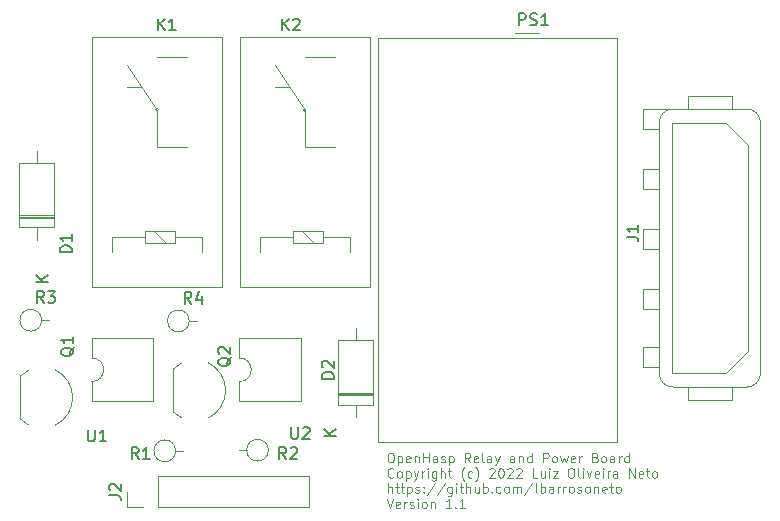
<source format=gbr>
%TF.GenerationSoftware,KiCad,Pcbnew,5.1.9+dfsg1-1*%
%TF.CreationDate,2022-04-02T16:18:38-07:00*%
%TF.ProjectId,Openhasp-Relays,4f70656e-6861-4737-902d-52656c617973,rev?*%
%TF.SameCoordinates,Original*%
%TF.FileFunction,Legend,Top*%
%TF.FilePolarity,Positive*%
%FSLAX46Y46*%
G04 Gerber Fmt 4.6, Leading zero omitted, Abs format (unit mm)*
G04 Created by KiCad (PCBNEW 5.1.9+dfsg1-1) date 2022-04-02 16:18:38*
%MOMM*%
%LPD*%
G01*
G04 APERTURE LIST*
%ADD10C,0.090000*%
%ADD11C,0.120000*%
%ADD12C,0.150000*%
G04 APERTURE END LIST*
D10*
X128401357Y-124226904D02*
X128553738Y-124226904D01*
X128629928Y-124265000D01*
X128706119Y-124341190D01*
X128744214Y-124493571D01*
X128744214Y-124760238D01*
X128706119Y-124912619D01*
X128629928Y-124988809D01*
X128553738Y-125026904D01*
X128401357Y-125026904D01*
X128325166Y-124988809D01*
X128248976Y-124912619D01*
X128210880Y-124760238D01*
X128210880Y-124493571D01*
X128248976Y-124341190D01*
X128325166Y-124265000D01*
X128401357Y-124226904D01*
X129087071Y-124493571D02*
X129087071Y-125293571D01*
X129087071Y-124531666D02*
X129163261Y-124493571D01*
X129315642Y-124493571D01*
X129391833Y-124531666D01*
X129429928Y-124569761D01*
X129468023Y-124645952D01*
X129468023Y-124874523D01*
X129429928Y-124950714D01*
X129391833Y-124988809D01*
X129315642Y-125026904D01*
X129163261Y-125026904D01*
X129087071Y-124988809D01*
X130115642Y-124988809D02*
X130039452Y-125026904D01*
X129887071Y-125026904D01*
X129810880Y-124988809D01*
X129772785Y-124912619D01*
X129772785Y-124607857D01*
X129810880Y-124531666D01*
X129887071Y-124493571D01*
X130039452Y-124493571D01*
X130115642Y-124531666D01*
X130153738Y-124607857D01*
X130153738Y-124684047D01*
X129772785Y-124760238D01*
X130496595Y-124493571D02*
X130496595Y-125026904D01*
X130496595Y-124569761D02*
X130534690Y-124531666D01*
X130610880Y-124493571D01*
X130725166Y-124493571D01*
X130801357Y-124531666D01*
X130839452Y-124607857D01*
X130839452Y-125026904D01*
X131220404Y-125026904D02*
X131220404Y-124226904D01*
X131220404Y-124607857D02*
X131677547Y-124607857D01*
X131677547Y-125026904D02*
X131677547Y-124226904D01*
X132401357Y-125026904D02*
X132401357Y-124607857D01*
X132363261Y-124531666D01*
X132287071Y-124493571D01*
X132134690Y-124493571D01*
X132058500Y-124531666D01*
X132401357Y-124988809D02*
X132325166Y-125026904D01*
X132134690Y-125026904D01*
X132058500Y-124988809D01*
X132020404Y-124912619D01*
X132020404Y-124836428D01*
X132058500Y-124760238D01*
X132134690Y-124722142D01*
X132325166Y-124722142D01*
X132401357Y-124684047D01*
X132744214Y-124988809D02*
X132820404Y-125026904D01*
X132972785Y-125026904D01*
X133048976Y-124988809D01*
X133087071Y-124912619D01*
X133087071Y-124874523D01*
X133048976Y-124798333D01*
X132972785Y-124760238D01*
X132858500Y-124760238D01*
X132782309Y-124722142D01*
X132744214Y-124645952D01*
X132744214Y-124607857D01*
X132782309Y-124531666D01*
X132858500Y-124493571D01*
X132972785Y-124493571D01*
X133048976Y-124531666D01*
X133429928Y-124493571D02*
X133429928Y-125293571D01*
X133429928Y-124531666D02*
X133506119Y-124493571D01*
X133658500Y-124493571D01*
X133734690Y-124531666D01*
X133772785Y-124569761D01*
X133810880Y-124645952D01*
X133810880Y-124874523D01*
X133772785Y-124950714D01*
X133734690Y-124988809D01*
X133658500Y-125026904D01*
X133506119Y-125026904D01*
X133429928Y-124988809D01*
X135220404Y-125026904D02*
X134953738Y-124645952D01*
X134763261Y-125026904D02*
X134763261Y-124226904D01*
X135068023Y-124226904D01*
X135144214Y-124265000D01*
X135182309Y-124303095D01*
X135220404Y-124379285D01*
X135220404Y-124493571D01*
X135182309Y-124569761D01*
X135144214Y-124607857D01*
X135068023Y-124645952D01*
X134763261Y-124645952D01*
X135868023Y-124988809D02*
X135791833Y-125026904D01*
X135639452Y-125026904D01*
X135563261Y-124988809D01*
X135525166Y-124912619D01*
X135525166Y-124607857D01*
X135563261Y-124531666D01*
X135639452Y-124493571D01*
X135791833Y-124493571D01*
X135868023Y-124531666D01*
X135906119Y-124607857D01*
X135906119Y-124684047D01*
X135525166Y-124760238D01*
X136363261Y-125026904D02*
X136287071Y-124988809D01*
X136248976Y-124912619D01*
X136248976Y-124226904D01*
X137010880Y-125026904D02*
X137010880Y-124607857D01*
X136972785Y-124531666D01*
X136896595Y-124493571D01*
X136744214Y-124493571D01*
X136668023Y-124531666D01*
X137010880Y-124988809D02*
X136934690Y-125026904D01*
X136744214Y-125026904D01*
X136668023Y-124988809D01*
X136629928Y-124912619D01*
X136629928Y-124836428D01*
X136668023Y-124760238D01*
X136744214Y-124722142D01*
X136934690Y-124722142D01*
X137010880Y-124684047D01*
X137315642Y-124493571D02*
X137506119Y-125026904D01*
X137696595Y-124493571D02*
X137506119Y-125026904D01*
X137429928Y-125217380D01*
X137391833Y-125255476D01*
X137315642Y-125293571D01*
X138953738Y-125026904D02*
X138953738Y-124607857D01*
X138915642Y-124531666D01*
X138839452Y-124493571D01*
X138687071Y-124493571D01*
X138610880Y-124531666D01*
X138953738Y-124988809D02*
X138877547Y-125026904D01*
X138687071Y-125026904D01*
X138610880Y-124988809D01*
X138572785Y-124912619D01*
X138572785Y-124836428D01*
X138610880Y-124760238D01*
X138687071Y-124722142D01*
X138877547Y-124722142D01*
X138953738Y-124684047D01*
X139334690Y-124493571D02*
X139334690Y-125026904D01*
X139334690Y-124569761D02*
X139372785Y-124531666D01*
X139448976Y-124493571D01*
X139563261Y-124493571D01*
X139639452Y-124531666D01*
X139677547Y-124607857D01*
X139677547Y-125026904D01*
X140401357Y-125026904D02*
X140401357Y-124226904D01*
X140401357Y-124988809D02*
X140325166Y-125026904D01*
X140172785Y-125026904D01*
X140096595Y-124988809D01*
X140058500Y-124950714D01*
X140020404Y-124874523D01*
X140020404Y-124645952D01*
X140058500Y-124569761D01*
X140096595Y-124531666D01*
X140172785Y-124493571D01*
X140325166Y-124493571D01*
X140401357Y-124531666D01*
X141391833Y-125026904D02*
X141391833Y-124226904D01*
X141696595Y-124226904D01*
X141772785Y-124265000D01*
X141810880Y-124303095D01*
X141848976Y-124379285D01*
X141848976Y-124493571D01*
X141810880Y-124569761D01*
X141772785Y-124607857D01*
X141696595Y-124645952D01*
X141391833Y-124645952D01*
X142306119Y-125026904D02*
X142229928Y-124988809D01*
X142191833Y-124950714D01*
X142153738Y-124874523D01*
X142153738Y-124645952D01*
X142191833Y-124569761D01*
X142229928Y-124531666D01*
X142306119Y-124493571D01*
X142420404Y-124493571D01*
X142496595Y-124531666D01*
X142534690Y-124569761D01*
X142572785Y-124645952D01*
X142572785Y-124874523D01*
X142534690Y-124950714D01*
X142496595Y-124988809D01*
X142420404Y-125026904D01*
X142306119Y-125026904D01*
X142839452Y-124493571D02*
X142991833Y-125026904D01*
X143144214Y-124645952D01*
X143296595Y-125026904D01*
X143448976Y-124493571D01*
X144058500Y-124988809D02*
X143982309Y-125026904D01*
X143829928Y-125026904D01*
X143753738Y-124988809D01*
X143715642Y-124912619D01*
X143715642Y-124607857D01*
X143753738Y-124531666D01*
X143829928Y-124493571D01*
X143982309Y-124493571D01*
X144058500Y-124531666D01*
X144096595Y-124607857D01*
X144096595Y-124684047D01*
X143715642Y-124760238D01*
X144439452Y-125026904D02*
X144439452Y-124493571D01*
X144439452Y-124645952D02*
X144477547Y-124569761D01*
X144515642Y-124531666D01*
X144591833Y-124493571D01*
X144668023Y-124493571D01*
X145810880Y-124607857D02*
X145925166Y-124645952D01*
X145963261Y-124684047D01*
X146001357Y-124760238D01*
X146001357Y-124874523D01*
X145963261Y-124950714D01*
X145925166Y-124988809D01*
X145848976Y-125026904D01*
X145544214Y-125026904D01*
X145544214Y-124226904D01*
X145810880Y-124226904D01*
X145887071Y-124265000D01*
X145925166Y-124303095D01*
X145963261Y-124379285D01*
X145963261Y-124455476D01*
X145925166Y-124531666D01*
X145887071Y-124569761D01*
X145810880Y-124607857D01*
X145544214Y-124607857D01*
X146458500Y-125026904D02*
X146382309Y-124988809D01*
X146344214Y-124950714D01*
X146306119Y-124874523D01*
X146306119Y-124645952D01*
X146344214Y-124569761D01*
X146382309Y-124531666D01*
X146458500Y-124493571D01*
X146572785Y-124493571D01*
X146648976Y-124531666D01*
X146687071Y-124569761D01*
X146725166Y-124645952D01*
X146725166Y-124874523D01*
X146687071Y-124950714D01*
X146648976Y-124988809D01*
X146572785Y-125026904D01*
X146458500Y-125026904D01*
X147410880Y-125026904D02*
X147410880Y-124607857D01*
X147372785Y-124531666D01*
X147296595Y-124493571D01*
X147144214Y-124493571D01*
X147068023Y-124531666D01*
X147410880Y-124988809D02*
X147334690Y-125026904D01*
X147144214Y-125026904D01*
X147068023Y-124988809D01*
X147029928Y-124912619D01*
X147029928Y-124836428D01*
X147068023Y-124760238D01*
X147144214Y-124722142D01*
X147334690Y-124722142D01*
X147410880Y-124684047D01*
X147791833Y-125026904D02*
X147791833Y-124493571D01*
X147791833Y-124645952D02*
X147829928Y-124569761D01*
X147868023Y-124531666D01*
X147944214Y-124493571D01*
X148020404Y-124493571D01*
X148629928Y-125026904D02*
X148629928Y-124226904D01*
X148629928Y-124988809D02*
X148553738Y-125026904D01*
X148401357Y-125026904D01*
X148325166Y-124988809D01*
X148287071Y-124950714D01*
X148248976Y-124874523D01*
X148248976Y-124645952D01*
X148287071Y-124569761D01*
X148325166Y-124531666D01*
X148401357Y-124493571D01*
X148553738Y-124493571D01*
X148629928Y-124531666D01*
X128706119Y-126240714D02*
X128668023Y-126278809D01*
X128553738Y-126316904D01*
X128477547Y-126316904D01*
X128363261Y-126278809D01*
X128287071Y-126202619D01*
X128248976Y-126126428D01*
X128210880Y-125974047D01*
X128210880Y-125859761D01*
X128248976Y-125707380D01*
X128287071Y-125631190D01*
X128363261Y-125555000D01*
X128477547Y-125516904D01*
X128553738Y-125516904D01*
X128668023Y-125555000D01*
X128706119Y-125593095D01*
X129163261Y-126316904D02*
X129087071Y-126278809D01*
X129048976Y-126240714D01*
X129010880Y-126164523D01*
X129010880Y-125935952D01*
X129048976Y-125859761D01*
X129087071Y-125821666D01*
X129163261Y-125783571D01*
X129277547Y-125783571D01*
X129353738Y-125821666D01*
X129391833Y-125859761D01*
X129429928Y-125935952D01*
X129429928Y-126164523D01*
X129391833Y-126240714D01*
X129353738Y-126278809D01*
X129277547Y-126316904D01*
X129163261Y-126316904D01*
X129772785Y-125783571D02*
X129772785Y-126583571D01*
X129772785Y-125821666D02*
X129848976Y-125783571D01*
X130001357Y-125783571D01*
X130077547Y-125821666D01*
X130115642Y-125859761D01*
X130153738Y-125935952D01*
X130153738Y-126164523D01*
X130115642Y-126240714D01*
X130077547Y-126278809D01*
X130001357Y-126316904D01*
X129848976Y-126316904D01*
X129772785Y-126278809D01*
X130420404Y-125783571D02*
X130610880Y-126316904D01*
X130801357Y-125783571D02*
X130610880Y-126316904D01*
X130534690Y-126507380D01*
X130496595Y-126545476D01*
X130420404Y-126583571D01*
X131106119Y-126316904D02*
X131106119Y-125783571D01*
X131106119Y-125935952D02*
X131144214Y-125859761D01*
X131182309Y-125821666D01*
X131258500Y-125783571D01*
X131334690Y-125783571D01*
X131601357Y-126316904D02*
X131601357Y-125783571D01*
X131601357Y-125516904D02*
X131563261Y-125555000D01*
X131601357Y-125593095D01*
X131639452Y-125555000D01*
X131601357Y-125516904D01*
X131601357Y-125593095D01*
X132325166Y-125783571D02*
X132325166Y-126431190D01*
X132287071Y-126507380D01*
X132248976Y-126545476D01*
X132172785Y-126583571D01*
X132058500Y-126583571D01*
X131982309Y-126545476D01*
X132325166Y-126278809D02*
X132248976Y-126316904D01*
X132096595Y-126316904D01*
X132020404Y-126278809D01*
X131982309Y-126240714D01*
X131944214Y-126164523D01*
X131944214Y-125935952D01*
X131982309Y-125859761D01*
X132020404Y-125821666D01*
X132096595Y-125783571D01*
X132248976Y-125783571D01*
X132325166Y-125821666D01*
X132706119Y-126316904D02*
X132706119Y-125516904D01*
X133048976Y-126316904D02*
X133048976Y-125897857D01*
X133010880Y-125821666D01*
X132934690Y-125783571D01*
X132820404Y-125783571D01*
X132744214Y-125821666D01*
X132706119Y-125859761D01*
X133315642Y-125783571D02*
X133620404Y-125783571D01*
X133429928Y-125516904D02*
X133429928Y-126202619D01*
X133468023Y-126278809D01*
X133544214Y-126316904D01*
X133620404Y-126316904D01*
X134725166Y-126621666D02*
X134687071Y-126583571D01*
X134610880Y-126469285D01*
X134572785Y-126393095D01*
X134534690Y-126278809D01*
X134496595Y-126088333D01*
X134496595Y-125935952D01*
X134534690Y-125745476D01*
X134572785Y-125631190D01*
X134610880Y-125555000D01*
X134687071Y-125440714D01*
X134725166Y-125402619D01*
X135372785Y-126278809D02*
X135296595Y-126316904D01*
X135144214Y-126316904D01*
X135068023Y-126278809D01*
X135029928Y-126240714D01*
X134991833Y-126164523D01*
X134991833Y-125935952D01*
X135029928Y-125859761D01*
X135068023Y-125821666D01*
X135144214Y-125783571D01*
X135296595Y-125783571D01*
X135372785Y-125821666D01*
X135639452Y-126621666D02*
X135677547Y-126583571D01*
X135753738Y-126469285D01*
X135791833Y-126393095D01*
X135829928Y-126278809D01*
X135868023Y-126088333D01*
X135868023Y-125935952D01*
X135829928Y-125745476D01*
X135791833Y-125631190D01*
X135753738Y-125555000D01*
X135677547Y-125440714D01*
X135639452Y-125402619D01*
X136820404Y-125593095D02*
X136858500Y-125555000D01*
X136934690Y-125516904D01*
X137125166Y-125516904D01*
X137201357Y-125555000D01*
X137239452Y-125593095D01*
X137277547Y-125669285D01*
X137277547Y-125745476D01*
X137239452Y-125859761D01*
X136782309Y-126316904D01*
X137277547Y-126316904D01*
X137772785Y-125516904D02*
X137848976Y-125516904D01*
X137925166Y-125555000D01*
X137963261Y-125593095D01*
X138001357Y-125669285D01*
X138039452Y-125821666D01*
X138039452Y-126012142D01*
X138001357Y-126164523D01*
X137963261Y-126240714D01*
X137925166Y-126278809D01*
X137848976Y-126316904D01*
X137772785Y-126316904D01*
X137696595Y-126278809D01*
X137658500Y-126240714D01*
X137620404Y-126164523D01*
X137582309Y-126012142D01*
X137582309Y-125821666D01*
X137620404Y-125669285D01*
X137658500Y-125593095D01*
X137696595Y-125555000D01*
X137772785Y-125516904D01*
X138344214Y-125593095D02*
X138382309Y-125555000D01*
X138458500Y-125516904D01*
X138648976Y-125516904D01*
X138725166Y-125555000D01*
X138763261Y-125593095D01*
X138801357Y-125669285D01*
X138801357Y-125745476D01*
X138763261Y-125859761D01*
X138306119Y-126316904D01*
X138801357Y-126316904D01*
X139106119Y-125593095D02*
X139144214Y-125555000D01*
X139220404Y-125516904D01*
X139410880Y-125516904D01*
X139487071Y-125555000D01*
X139525166Y-125593095D01*
X139563261Y-125669285D01*
X139563261Y-125745476D01*
X139525166Y-125859761D01*
X139068023Y-126316904D01*
X139563261Y-126316904D01*
X140896595Y-126316904D02*
X140515642Y-126316904D01*
X140515642Y-125516904D01*
X141506119Y-125783571D02*
X141506119Y-126316904D01*
X141163261Y-125783571D02*
X141163261Y-126202619D01*
X141201357Y-126278809D01*
X141277547Y-126316904D01*
X141391833Y-126316904D01*
X141468023Y-126278809D01*
X141506119Y-126240714D01*
X141887071Y-126316904D02*
X141887071Y-125783571D01*
X141887071Y-125516904D02*
X141848976Y-125555000D01*
X141887071Y-125593095D01*
X141925166Y-125555000D01*
X141887071Y-125516904D01*
X141887071Y-125593095D01*
X142191833Y-125783571D02*
X142610880Y-125783571D01*
X142191833Y-126316904D01*
X142610880Y-126316904D01*
X143677547Y-125516904D02*
X143829928Y-125516904D01*
X143906119Y-125555000D01*
X143982309Y-125631190D01*
X144020404Y-125783571D01*
X144020404Y-126050238D01*
X143982309Y-126202619D01*
X143906119Y-126278809D01*
X143829928Y-126316904D01*
X143677547Y-126316904D01*
X143601357Y-126278809D01*
X143525166Y-126202619D01*
X143487071Y-126050238D01*
X143487071Y-125783571D01*
X143525166Y-125631190D01*
X143601357Y-125555000D01*
X143677547Y-125516904D01*
X144477547Y-126316904D02*
X144401357Y-126278809D01*
X144363261Y-126202619D01*
X144363261Y-125516904D01*
X144782309Y-126316904D02*
X144782309Y-125783571D01*
X144782309Y-125516904D02*
X144744214Y-125555000D01*
X144782309Y-125593095D01*
X144820404Y-125555000D01*
X144782309Y-125516904D01*
X144782309Y-125593095D01*
X145087071Y-125783571D02*
X145277547Y-126316904D01*
X145468023Y-125783571D01*
X146077547Y-126278809D02*
X146001357Y-126316904D01*
X145848976Y-126316904D01*
X145772785Y-126278809D01*
X145734690Y-126202619D01*
X145734690Y-125897857D01*
X145772785Y-125821666D01*
X145848976Y-125783571D01*
X146001357Y-125783571D01*
X146077547Y-125821666D01*
X146115642Y-125897857D01*
X146115642Y-125974047D01*
X145734690Y-126050238D01*
X146458500Y-126316904D02*
X146458500Y-125783571D01*
X146458500Y-125516904D02*
X146420404Y-125555000D01*
X146458500Y-125593095D01*
X146496595Y-125555000D01*
X146458500Y-125516904D01*
X146458500Y-125593095D01*
X146839452Y-126316904D02*
X146839452Y-125783571D01*
X146839452Y-125935952D02*
X146877547Y-125859761D01*
X146915642Y-125821666D01*
X146991833Y-125783571D01*
X147068023Y-125783571D01*
X147677547Y-126316904D02*
X147677547Y-125897857D01*
X147639452Y-125821666D01*
X147563261Y-125783571D01*
X147410880Y-125783571D01*
X147334690Y-125821666D01*
X147677547Y-126278809D02*
X147601357Y-126316904D01*
X147410880Y-126316904D01*
X147334690Y-126278809D01*
X147296595Y-126202619D01*
X147296595Y-126126428D01*
X147334690Y-126050238D01*
X147410880Y-126012142D01*
X147601357Y-126012142D01*
X147677547Y-125974047D01*
X148668023Y-126316904D02*
X148668023Y-125516904D01*
X149125166Y-126316904D01*
X149125166Y-125516904D01*
X149810880Y-126278809D02*
X149734690Y-126316904D01*
X149582309Y-126316904D01*
X149506119Y-126278809D01*
X149468023Y-126202619D01*
X149468023Y-125897857D01*
X149506119Y-125821666D01*
X149582309Y-125783571D01*
X149734690Y-125783571D01*
X149810880Y-125821666D01*
X149848976Y-125897857D01*
X149848976Y-125974047D01*
X149468023Y-126050238D01*
X150077547Y-125783571D02*
X150382309Y-125783571D01*
X150191833Y-125516904D02*
X150191833Y-126202619D01*
X150229928Y-126278809D01*
X150306119Y-126316904D01*
X150382309Y-126316904D01*
X150763261Y-126316904D02*
X150687071Y-126278809D01*
X150648976Y-126240714D01*
X150610880Y-126164523D01*
X150610880Y-125935952D01*
X150648976Y-125859761D01*
X150687071Y-125821666D01*
X150763261Y-125783571D01*
X150877547Y-125783571D01*
X150953738Y-125821666D01*
X150991833Y-125859761D01*
X151029928Y-125935952D01*
X151029928Y-126164523D01*
X150991833Y-126240714D01*
X150953738Y-126278809D01*
X150877547Y-126316904D01*
X150763261Y-126316904D01*
X128248976Y-127606904D02*
X128248976Y-126806904D01*
X128591833Y-127606904D02*
X128591833Y-127187857D01*
X128553738Y-127111666D01*
X128477547Y-127073571D01*
X128363261Y-127073571D01*
X128287071Y-127111666D01*
X128248976Y-127149761D01*
X128858500Y-127073571D02*
X129163261Y-127073571D01*
X128972785Y-126806904D02*
X128972785Y-127492619D01*
X129010880Y-127568809D01*
X129087071Y-127606904D01*
X129163261Y-127606904D01*
X129315642Y-127073571D02*
X129620404Y-127073571D01*
X129429928Y-126806904D02*
X129429928Y-127492619D01*
X129468023Y-127568809D01*
X129544214Y-127606904D01*
X129620404Y-127606904D01*
X129887071Y-127073571D02*
X129887071Y-127873571D01*
X129887071Y-127111666D02*
X129963261Y-127073571D01*
X130115642Y-127073571D01*
X130191833Y-127111666D01*
X130229928Y-127149761D01*
X130268023Y-127225952D01*
X130268023Y-127454523D01*
X130229928Y-127530714D01*
X130191833Y-127568809D01*
X130115642Y-127606904D01*
X129963261Y-127606904D01*
X129887071Y-127568809D01*
X130572785Y-127568809D02*
X130648976Y-127606904D01*
X130801357Y-127606904D01*
X130877547Y-127568809D01*
X130915642Y-127492619D01*
X130915642Y-127454523D01*
X130877547Y-127378333D01*
X130801357Y-127340238D01*
X130687071Y-127340238D01*
X130610880Y-127302142D01*
X130572785Y-127225952D01*
X130572785Y-127187857D01*
X130610880Y-127111666D01*
X130687071Y-127073571D01*
X130801357Y-127073571D01*
X130877547Y-127111666D01*
X131258500Y-127530714D02*
X131296595Y-127568809D01*
X131258500Y-127606904D01*
X131220404Y-127568809D01*
X131258500Y-127530714D01*
X131258500Y-127606904D01*
X131258500Y-127111666D02*
X131296595Y-127149761D01*
X131258500Y-127187857D01*
X131220404Y-127149761D01*
X131258500Y-127111666D01*
X131258500Y-127187857D01*
X132210880Y-126768809D02*
X131525166Y-127797380D01*
X133048976Y-126768809D02*
X132363261Y-127797380D01*
X133658500Y-127073571D02*
X133658500Y-127721190D01*
X133620404Y-127797380D01*
X133582309Y-127835476D01*
X133506119Y-127873571D01*
X133391833Y-127873571D01*
X133315642Y-127835476D01*
X133658500Y-127568809D02*
X133582309Y-127606904D01*
X133429928Y-127606904D01*
X133353738Y-127568809D01*
X133315642Y-127530714D01*
X133277547Y-127454523D01*
X133277547Y-127225952D01*
X133315642Y-127149761D01*
X133353738Y-127111666D01*
X133429928Y-127073571D01*
X133582309Y-127073571D01*
X133658500Y-127111666D01*
X134039452Y-127606904D02*
X134039452Y-127073571D01*
X134039452Y-126806904D02*
X134001357Y-126845000D01*
X134039452Y-126883095D01*
X134077547Y-126845000D01*
X134039452Y-126806904D01*
X134039452Y-126883095D01*
X134306119Y-127073571D02*
X134610880Y-127073571D01*
X134420404Y-126806904D02*
X134420404Y-127492619D01*
X134458500Y-127568809D01*
X134534690Y-127606904D01*
X134610880Y-127606904D01*
X134877547Y-127606904D02*
X134877547Y-126806904D01*
X135220404Y-127606904D02*
X135220404Y-127187857D01*
X135182309Y-127111666D01*
X135106119Y-127073571D01*
X134991833Y-127073571D01*
X134915642Y-127111666D01*
X134877547Y-127149761D01*
X135944214Y-127073571D02*
X135944214Y-127606904D01*
X135601357Y-127073571D02*
X135601357Y-127492619D01*
X135639452Y-127568809D01*
X135715642Y-127606904D01*
X135829928Y-127606904D01*
X135906119Y-127568809D01*
X135944214Y-127530714D01*
X136325166Y-127606904D02*
X136325166Y-126806904D01*
X136325166Y-127111666D02*
X136401357Y-127073571D01*
X136553738Y-127073571D01*
X136629928Y-127111666D01*
X136668023Y-127149761D01*
X136706119Y-127225952D01*
X136706119Y-127454523D01*
X136668023Y-127530714D01*
X136629928Y-127568809D01*
X136553738Y-127606904D01*
X136401357Y-127606904D01*
X136325166Y-127568809D01*
X137048976Y-127530714D02*
X137087071Y-127568809D01*
X137048976Y-127606904D01*
X137010880Y-127568809D01*
X137048976Y-127530714D01*
X137048976Y-127606904D01*
X137772785Y-127568809D02*
X137696595Y-127606904D01*
X137544214Y-127606904D01*
X137468023Y-127568809D01*
X137429928Y-127530714D01*
X137391833Y-127454523D01*
X137391833Y-127225952D01*
X137429928Y-127149761D01*
X137468023Y-127111666D01*
X137544214Y-127073571D01*
X137696595Y-127073571D01*
X137772785Y-127111666D01*
X138229928Y-127606904D02*
X138153738Y-127568809D01*
X138115642Y-127530714D01*
X138077547Y-127454523D01*
X138077547Y-127225952D01*
X138115642Y-127149761D01*
X138153738Y-127111666D01*
X138229928Y-127073571D01*
X138344214Y-127073571D01*
X138420404Y-127111666D01*
X138458500Y-127149761D01*
X138496595Y-127225952D01*
X138496595Y-127454523D01*
X138458500Y-127530714D01*
X138420404Y-127568809D01*
X138344214Y-127606904D01*
X138229928Y-127606904D01*
X138839452Y-127606904D02*
X138839452Y-127073571D01*
X138839452Y-127149761D02*
X138877547Y-127111666D01*
X138953738Y-127073571D01*
X139068023Y-127073571D01*
X139144214Y-127111666D01*
X139182309Y-127187857D01*
X139182309Y-127606904D01*
X139182309Y-127187857D02*
X139220404Y-127111666D01*
X139296595Y-127073571D01*
X139410880Y-127073571D01*
X139487071Y-127111666D01*
X139525166Y-127187857D01*
X139525166Y-127606904D01*
X140477547Y-126768809D02*
X139791833Y-127797380D01*
X140858500Y-127606904D02*
X140782309Y-127568809D01*
X140744214Y-127492619D01*
X140744214Y-126806904D01*
X141163261Y-127606904D02*
X141163261Y-126806904D01*
X141163261Y-127111666D02*
X141239452Y-127073571D01*
X141391833Y-127073571D01*
X141468023Y-127111666D01*
X141506119Y-127149761D01*
X141544214Y-127225952D01*
X141544214Y-127454523D01*
X141506119Y-127530714D01*
X141468023Y-127568809D01*
X141391833Y-127606904D01*
X141239452Y-127606904D01*
X141163261Y-127568809D01*
X142229928Y-127606904D02*
X142229928Y-127187857D01*
X142191833Y-127111666D01*
X142115642Y-127073571D01*
X141963261Y-127073571D01*
X141887071Y-127111666D01*
X142229928Y-127568809D02*
X142153738Y-127606904D01*
X141963261Y-127606904D01*
X141887071Y-127568809D01*
X141848976Y-127492619D01*
X141848976Y-127416428D01*
X141887071Y-127340238D01*
X141963261Y-127302142D01*
X142153738Y-127302142D01*
X142229928Y-127264047D01*
X142610880Y-127606904D02*
X142610880Y-127073571D01*
X142610880Y-127225952D02*
X142648976Y-127149761D01*
X142687071Y-127111666D01*
X142763261Y-127073571D01*
X142839452Y-127073571D01*
X143106119Y-127606904D02*
X143106119Y-127073571D01*
X143106119Y-127225952D02*
X143144214Y-127149761D01*
X143182309Y-127111666D01*
X143258500Y-127073571D01*
X143334690Y-127073571D01*
X143715642Y-127606904D02*
X143639452Y-127568809D01*
X143601357Y-127530714D01*
X143563261Y-127454523D01*
X143563261Y-127225952D01*
X143601357Y-127149761D01*
X143639452Y-127111666D01*
X143715642Y-127073571D01*
X143829928Y-127073571D01*
X143906119Y-127111666D01*
X143944214Y-127149761D01*
X143982309Y-127225952D01*
X143982309Y-127454523D01*
X143944214Y-127530714D01*
X143906119Y-127568809D01*
X143829928Y-127606904D01*
X143715642Y-127606904D01*
X144287071Y-127568809D02*
X144363261Y-127606904D01*
X144515642Y-127606904D01*
X144591833Y-127568809D01*
X144629928Y-127492619D01*
X144629928Y-127454523D01*
X144591833Y-127378333D01*
X144515642Y-127340238D01*
X144401357Y-127340238D01*
X144325166Y-127302142D01*
X144287071Y-127225952D01*
X144287071Y-127187857D01*
X144325166Y-127111666D01*
X144401357Y-127073571D01*
X144515642Y-127073571D01*
X144591833Y-127111666D01*
X145087071Y-127606904D02*
X145010880Y-127568809D01*
X144972785Y-127530714D01*
X144934690Y-127454523D01*
X144934690Y-127225952D01*
X144972785Y-127149761D01*
X145010880Y-127111666D01*
X145087071Y-127073571D01*
X145201357Y-127073571D01*
X145277547Y-127111666D01*
X145315642Y-127149761D01*
X145353738Y-127225952D01*
X145353738Y-127454523D01*
X145315642Y-127530714D01*
X145277547Y-127568809D01*
X145201357Y-127606904D01*
X145087071Y-127606904D01*
X145696595Y-127073571D02*
X145696595Y-127606904D01*
X145696595Y-127149761D02*
X145734690Y-127111666D01*
X145810880Y-127073571D01*
X145925166Y-127073571D01*
X146001357Y-127111666D01*
X146039452Y-127187857D01*
X146039452Y-127606904D01*
X146725166Y-127568809D02*
X146648976Y-127606904D01*
X146496595Y-127606904D01*
X146420404Y-127568809D01*
X146382309Y-127492619D01*
X146382309Y-127187857D01*
X146420404Y-127111666D01*
X146496595Y-127073571D01*
X146648976Y-127073571D01*
X146725166Y-127111666D01*
X146763261Y-127187857D01*
X146763261Y-127264047D01*
X146382309Y-127340238D01*
X146991833Y-127073571D02*
X147296595Y-127073571D01*
X147106119Y-126806904D02*
X147106119Y-127492619D01*
X147144214Y-127568809D01*
X147220404Y-127606904D01*
X147296595Y-127606904D01*
X147677547Y-127606904D02*
X147601357Y-127568809D01*
X147563261Y-127530714D01*
X147525166Y-127454523D01*
X147525166Y-127225952D01*
X147563261Y-127149761D01*
X147601357Y-127111666D01*
X147677547Y-127073571D01*
X147791833Y-127073571D01*
X147868023Y-127111666D01*
X147906119Y-127149761D01*
X147944214Y-127225952D01*
X147944214Y-127454523D01*
X147906119Y-127530714D01*
X147868023Y-127568809D01*
X147791833Y-127606904D01*
X147677547Y-127606904D01*
X128134690Y-128096904D02*
X128401357Y-128896904D01*
X128668023Y-128096904D01*
X129239452Y-128858809D02*
X129163261Y-128896904D01*
X129010880Y-128896904D01*
X128934690Y-128858809D01*
X128896595Y-128782619D01*
X128896595Y-128477857D01*
X128934690Y-128401666D01*
X129010880Y-128363571D01*
X129163261Y-128363571D01*
X129239452Y-128401666D01*
X129277547Y-128477857D01*
X129277547Y-128554047D01*
X128896595Y-128630238D01*
X129620404Y-128896904D02*
X129620404Y-128363571D01*
X129620404Y-128515952D02*
X129658500Y-128439761D01*
X129696595Y-128401666D01*
X129772785Y-128363571D01*
X129848976Y-128363571D01*
X130077547Y-128858809D02*
X130153738Y-128896904D01*
X130306119Y-128896904D01*
X130382309Y-128858809D01*
X130420404Y-128782619D01*
X130420404Y-128744523D01*
X130382309Y-128668333D01*
X130306119Y-128630238D01*
X130191833Y-128630238D01*
X130115642Y-128592142D01*
X130077547Y-128515952D01*
X130077547Y-128477857D01*
X130115642Y-128401666D01*
X130191833Y-128363571D01*
X130306119Y-128363571D01*
X130382309Y-128401666D01*
X130763261Y-128896904D02*
X130763261Y-128363571D01*
X130763261Y-128096904D02*
X130725166Y-128135000D01*
X130763261Y-128173095D01*
X130801357Y-128135000D01*
X130763261Y-128096904D01*
X130763261Y-128173095D01*
X131258500Y-128896904D02*
X131182309Y-128858809D01*
X131144214Y-128820714D01*
X131106119Y-128744523D01*
X131106119Y-128515952D01*
X131144214Y-128439761D01*
X131182309Y-128401666D01*
X131258500Y-128363571D01*
X131372785Y-128363571D01*
X131448976Y-128401666D01*
X131487071Y-128439761D01*
X131525166Y-128515952D01*
X131525166Y-128744523D01*
X131487071Y-128820714D01*
X131448976Y-128858809D01*
X131372785Y-128896904D01*
X131258500Y-128896904D01*
X131868023Y-128363571D02*
X131868023Y-128896904D01*
X131868023Y-128439761D02*
X131906119Y-128401666D01*
X131982309Y-128363571D01*
X132096595Y-128363571D01*
X132172785Y-128401666D01*
X132210880Y-128477857D01*
X132210880Y-128896904D01*
X133620404Y-128896904D02*
X133163261Y-128896904D01*
X133391833Y-128896904D02*
X133391833Y-128096904D01*
X133315642Y-128211190D01*
X133239452Y-128287380D01*
X133163261Y-128325476D01*
X133963261Y-128820714D02*
X134001357Y-128858809D01*
X133963261Y-128896904D01*
X133925166Y-128858809D01*
X133963261Y-128820714D01*
X133963261Y-128896904D01*
X134763261Y-128896904D02*
X134306119Y-128896904D01*
X134534690Y-128896904D02*
X134534690Y-128096904D01*
X134458500Y-128211190D01*
X134382309Y-128287380D01*
X134306119Y-128325476D01*
D11*
%TO.C,Q2*%
X110777205Y-121264184D02*
G75*
G02*
X110050000Y-120740000I1122795J2324184D01*
G01*
X112998807Y-121296400D02*
G75*
G03*
X114500000Y-118940000I-1098807J2356400D01*
G01*
X112998807Y-116583600D02*
G75*
G02*
X114500000Y-118940000I-1098807J-2356400D01*
G01*
X110777205Y-116615816D02*
G75*
G03*
X110050000Y-117140000I1122795J-2324184D01*
G01*
X110050000Y-117140000D02*
X110050000Y-120740000D01*
%TO.C,Q1*%
X97827205Y-121864184D02*
G75*
G02*
X97100000Y-121340000I1122795J2324184D01*
G01*
X100048807Y-121896400D02*
G75*
G03*
X101550000Y-119540000I-1098807J2356400D01*
G01*
X100048807Y-117183600D02*
G75*
G02*
X101550000Y-119540000I-1098807J-2356400D01*
G01*
X97827205Y-117215816D02*
G75*
G03*
X97100000Y-117740000I1122795J-2324184D01*
G01*
X97100000Y-117740000D02*
X97100000Y-121340000D01*
%TO.C,R4*%
X111420000Y-113050000D02*
G75*
G03*
X111420000Y-113050000I-920000J0D01*
G01*
X111420000Y-113050000D02*
X112040000Y-113050000D01*
%TO.C,R3*%
X98920000Y-113000000D02*
G75*
G03*
X98920000Y-113000000I-920000J0D01*
G01*
X98920000Y-113000000D02*
X99540000Y-113000000D01*
%TO.C,R2*%
X118120000Y-124000000D02*
G75*
G03*
X118120000Y-124000000I-920000J0D01*
G01*
X116280000Y-124000000D02*
X115660000Y-124000000D01*
%TO.C,R1*%
X110270000Y-124050000D02*
G75*
G03*
X110270000Y-124050000I-920000J0D01*
G01*
X110270000Y-124050000D02*
X110890000Y-124050000D01*
%TO.C,D2*%
X124030000Y-119360000D02*
X126970000Y-119360000D01*
X124030000Y-119120000D02*
X126970000Y-119120000D01*
X124030000Y-119240000D02*
X126970000Y-119240000D01*
X125500000Y-113680000D02*
X125500000Y-114700000D01*
X125500000Y-121160000D02*
X125500000Y-120140000D01*
X124030000Y-114700000D02*
X124030000Y-120140000D01*
X126970000Y-114700000D02*
X124030000Y-114700000D01*
X126970000Y-120140000D02*
X126970000Y-114700000D01*
X124030000Y-120140000D02*
X126970000Y-120140000D01*
%TO.C,D1*%
X97030000Y-104360000D02*
X99970000Y-104360000D01*
X97030000Y-104120000D02*
X99970000Y-104120000D01*
X97030000Y-104240000D02*
X99970000Y-104240000D01*
X98500000Y-98680000D02*
X98500000Y-99700000D01*
X98500000Y-106160000D02*
X98500000Y-105140000D01*
X97030000Y-99700000D02*
X97030000Y-105140000D01*
X99970000Y-99700000D02*
X97030000Y-99700000D01*
X99970000Y-105140000D02*
X99970000Y-99700000D01*
X97030000Y-105140000D02*
X99970000Y-105140000D01*
%TO.C,J2*%
X106170000Y-128830000D02*
X106170000Y-127500000D01*
X107500000Y-128830000D02*
X106170000Y-128830000D01*
X108770000Y-128830000D02*
X108770000Y-126170000D01*
X108770000Y-126170000D02*
X121530000Y-126170000D01*
X108770000Y-128830000D02*
X121530000Y-128830000D01*
X121530000Y-128830000D02*
X121530000Y-126170000D01*
%TO.C,U2*%
X115670000Y-114540000D02*
X115670000Y-116190000D01*
X120870000Y-114540000D02*
X115670000Y-114540000D01*
X120870000Y-119840000D02*
X120870000Y-114540000D01*
X115670000Y-119840000D02*
X120870000Y-119840000D01*
X115670000Y-118190000D02*
X115670000Y-119840000D01*
X115670000Y-116190000D02*
G75*
G02*
X115670000Y-118190000I0J-1000000D01*
G01*
%TO.C,U1*%
X103170000Y-114540000D02*
X103170000Y-116190000D01*
X108370000Y-114540000D02*
X103170000Y-114540000D01*
X108370000Y-119840000D02*
X108370000Y-114540000D01*
X103170000Y-119840000D02*
X108370000Y-119840000D01*
X103170000Y-118190000D02*
X103170000Y-119840000D01*
X103170000Y-116190000D02*
G75*
G02*
X103170000Y-118190000I0J-1000000D01*
G01*
%TO.C,J1*%
X149830000Y-112080000D02*
X149830000Y-110390000D01*
X149830000Y-110390000D02*
X151220000Y-110390000D01*
X151220000Y-112080000D02*
X149830000Y-112080000D01*
X151220000Y-107000000D02*
X149830000Y-107000000D01*
X149830000Y-105310000D02*
X151220000Y-105310000D01*
X149830000Y-107000000D02*
X149830000Y-105310000D01*
X149830000Y-101900000D02*
X149830000Y-100210000D01*
X151220000Y-101900000D02*
X149830000Y-101900000D01*
X149830000Y-100210000D02*
X151220000Y-100210000D01*
X151220000Y-116970000D02*
X149830000Y-116970000D01*
X149830000Y-115280000D02*
X151220000Y-115280000D01*
X149830000Y-116970000D02*
X149830000Y-115280000D01*
X149830000Y-96800000D02*
X149830000Y-95110000D01*
X151220000Y-96800000D02*
X149830000Y-96800000D01*
X153640000Y-119730000D02*
X153640000Y-118650000D01*
X157360000Y-119730000D02*
X153640000Y-119730000D01*
X157360000Y-118650000D02*
X157360000Y-119730000D01*
X153640000Y-94030000D02*
X153640000Y-95110000D01*
X157360000Y-94030000D02*
X153640000Y-94030000D01*
X157360000Y-95110000D02*
X157360000Y-94030000D01*
X152360000Y-118650000D02*
X158640000Y-118650000D01*
X151220000Y-96250000D02*
X151220000Y-117510000D01*
X158640000Y-95110000D02*
X149830000Y-95110000D01*
X159780000Y-117510000D02*
X159780000Y-96250000D01*
X156890000Y-117450000D02*
X152280000Y-117450000D01*
X158720000Y-115620000D02*
X156890000Y-117450000D01*
X158720000Y-98140000D02*
X158720000Y-115620000D01*
X156890000Y-96310000D02*
X158720000Y-98140000D01*
X152280000Y-96310000D02*
X156890000Y-96310000D01*
X152280000Y-117450000D02*
X152280000Y-96310000D01*
X159780000Y-117510000D02*
G75*
G02*
X158640000Y-118650000I-1140000J0D01*
G01*
X152360000Y-118650000D02*
G75*
G02*
X151220000Y-117510000I0J1140000D01*
G01*
X158640000Y-95110000D02*
G75*
G02*
X159780000Y-96250000I0J-1140000D01*
G01*
X151220000Y-96250000D02*
G75*
G02*
X152360000Y-95110000I1140000J0D01*
G01*
%TO.C,PS1*%
X141000000Y-88710000D02*
X138990000Y-88710000D01*
X147600000Y-123300000D02*
X147600000Y-89100000D01*
X127400000Y-123300000D02*
X147600000Y-123300000D01*
X127400000Y-89100000D02*
X127400000Y-123300000D01*
X147600000Y-89100000D02*
X127400000Y-89100000D01*
%TO.C,K2*%
X121317000Y-95165000D02*
G75*
G03*
X121317000Y-95165000I-127000J0D01*
G01*
X115690000Y-110180000D02*
X115690000Y-89040000D01*
X126690000Y-110180000D02*
X115690000Y-110180000D01*
X126690000Y-89040000D02*
X115690000Y-89040000D01*
X126690000Y-110180000D02*
X126690000Y-89040000D01*
X122710000Y-105450000D02*
X122710000Y-105960000D01*
X120170000Y-105450000D02*
X122710000Y-105450000D01*
X120170000Y-105960000D02*
X120170000Y-105450000D01*
X120170000Y-106470000D02*
X120170000Y-105960000D01*
X122710000Y-106470000D02*
X120170000Y-106470000D01*
X122710000Y-105960000D02*
X122710000Y-106470000D01*
X125000000Y-107230000D02*
X125000000Y-105960000D01*
X125000000Y-105960000D02*
X122710000Y-105960000D01*
X120170000Y-105960000D02*
X117380000Y-105960000D01*
X117380000Y-105960000D02*
X117380000Y-107230000D01*
X121950000Y-106470000D02*
X120940000Y-105450000D01*
X121190000Y-98340000D02*
X121190000Y-95165000D01*
X123730000Y-98340000D02*
X121190000Y-98340000D01*
X118650000Y-93260000D02*
X119920000Y-93260000D01*
X121190000Y-95165000D02*
X118650000Y-91355000D01*
X123730000Y-90720000D02*
X121190000Y-90720000D01*
%TO.C,K1*%
X108817000Y-95165000D02*
G75*
G03*
X108817000Y-95165000I-127000J0D01*
G01*
X103190000Y-110180000D02*
X103190000Y-89040000D01*
X114190000Y-110180000D02*
X103190000Y-110180000D01*
X114190000Y-89040000D02*
X103190000Y-89040000D01*
X114190000Y-110180000D02*
X114190000Y-89040000D01*
X110210000Y-105450000D02*
X110210000Y-105960000D01*
X107670000Y-105450000D02*
X110210000Y-105450000D01*
X107670000Y-105960000D02*
X107670000Y-105450000D01*
X107670000Y-106470000D02*
X107670000Y-105960000D01*
X110210000Y-106470000D02*
X107670000Y-106470000D01*
X110210000Y-105960000D02*
X110210000Y-106470000D01*
X112500000Y-107230000D02*
X112500000Y-105960000D01*
X112500000Y-105960000D02*
X110210000Y-105960000D01*
X107670000Y-105960000D02*
X104880000Y-105960000D01*
X104880000Y-105960000D02*
X104880000Y-107230000D01*
X109450000Y-106470000D02*
X108440000Y-105450000D01*
X108690000Y-98340000D02*
X108690000Y-95165000D01*
X111230000Y-98340000D02*
X108690000Y-98340000D01*
X106150000Y-93260000D02*
X107420000Y-93260000D01*
X108690000Y-95165000D02*
X106150000Y-91355000D01*
X111230000Y-90720000D02*
X108690000Y-90720000D01*
%TO.C,Q2*%
D12*
X114947619Y-116145238D02*
X114900000Y-116240476D01*
X114804761Y-116335714D01*
X114661904Y-116478571D01*
X114614285Y-116573809D01*
X114614285Y-116669047D01*
X114852380Y-116621428D02*
X114804761Y-116716666D01*
X114709523Y-116811904D01*
X114519047Y-116859523D01*
X114185714Y-116859523D01*
X113995238Y-116811904D01*
X113900000Y-116716666D01*
X113852380Y-116621428D01*
X113852380Y-116430952D01*
X113900000Y-116335714D01*
X113995238Y-116240476D01*
X114185714Y-116192857D01*
X114519047Y-116192857D01*
X114709523Y-116240476D01*
X114804761Y-116335714D01*
X114852380Y-116430952D01*
X114852380Y-116621428D01*
X113947619Y-115811904D02*
X113900000Y-115764285D01*
X113852380Y-115669047D01*
X113852380Y-115430952D01*
X113900000Y-115335714D01*
X113947619Y-115288095D01*
X114042857Y-115240476D01*
X114138095Y-115240476D01*
X114280952Y-115288095D01*
X114852380Y-115859523D01*
X114852380Y-115240476D01*
%TO.C,Q1*%
X101647619Y-115295238D02*
X101600000Y-115390476D01*
X101504761Y-115485714D01*
X101361904Y-115628571D01*
X101314285Y-115723809D01*
X101314285Y-115819047D01*
X101552380Y-115771428D02*
X101504761Y-115866666D01*
X101409523Y-115961904D01*
X101219047Y-116009523D01*
X100885714Y-116009523D01*
X100695238Y-115961904D01*
X100600000Y-115866666D01*
X100552380Y-115771428D01*
X100552380Y-115580952D01*
X100600000Y-115485714D01*
X100695238Y-115390476D01*
X100885714Y-115342857D01*
X101219047Y-115342857D01*
X101409523Y-115390476D01*
X101504761Y-115485714D01*
X101552380Y-115580952D01*
X101552380Y-115771428D01*
X101552380Y-114390476D02*
X101552380Y-114961904D01*
X101552380Y-114676190D02*
X100552380Y-114676190D01*
X100695238Y-114771428D01*
X100790476Y-114866666D01*
X100838095Y-114961904D01*
%TO.C,R4*%
X111603333Y-111582380D02*
X111270000Y-111106190D01*
X111031904Y-111582380D02*
X111031904Y-110582380D01*
X111412857Y-110582380D01*
X111508095Y-110630000D01*
X111555714Y-110677619D01*
X111603333Y-110772857D01*
X111603333Y-110915714D01*
X111555714Y-111010952D01*
X111508095Y-111058571D01*
X111412857Y-111106190D01*
X111031904Y-111106190D01*
X112460476Y-110915714D02*
X112460476Y-111582380D01*
X112222380Y-110534761D02*
X111984285Y-111249047D01*
X112603333Y-111249047D01*
%TO.C,R3*%
X99103333Y-111532380D02*
X98770000Y-111056190D01*
X98531904Y-111532380D02*
X98531904Y-110532380D01*
X98912857Y-110532380D01*
X99008095Y-110580000D01*
X99055714Y-110627619D01*
X99103333Y-110722857D01*
X99103333Y-110865714D01*
X99055714Y-110960952D01*
X99008095Y-111008571D01*
X98912857Y-111056190D01*
X98531904Y-111056190D01*
X99436666Y-110532380D02*
X100055714Y-110532380D01*
X99722380Y-110913333D01*
X99865238Y-110913333D01*
X99960476Y-110960952D01*
X100008095Y-111008571D01*
X100055714Y-111103809D01*
X100055714Y-111341904D01*
X100008095Y-111437142D01*
X99960476Y-111484761D01*
X99865238Y-111532380D01*
X99579523Y-111532380D01*
X99484285Y-111484761D01*
X99436666Y-111437142D01*
%TO.C,R2*%
X119633333Y-124752380D02*
X119300000Y-124276190D01*
X119061904Y-124752380D02*
X119061904Y-123752380D01*
X119442857Y-123752380D01*
X119538095Y-123800000D01*
X119585714Y-123847619D01*
X119633333Y-123942857D01*
X119633333Y-124085714D01*
X119585714Y-124180952D01*
X119538095Y-124228571D01*
X119442857Y-124276190D01*
X119061904Y-124276190D01*
X120014285Y-123847619D02*
X120061904Y-123800000D01*
X120157142Y-123752380D01*
X120395238Y-123752380D01*
X120490476Y-123800000D01*
X120538095Y-123847619D01*
X120585714Y-123942857D01*
X120585714Y-124038095D01*
X120538095Y-124180952D01*
X119966666Y-124752380D01*
X120585714Y-124752380D01*
%TO.C,R1*%
X107133333Y-124752380D02*
X106800000Y-124276190D01*
X106561904Y-124752380D02*
X106561904Y-123752380D01*
X106942857Y-123752380D01*
X107038095Y-123800000D01*
X107085714Y-123847619D01*
X107133333Y-123942857D01*
X107133333Y-124085714D01*
X107085714Y-124180952D01*
X107038095Y-124228571D01*
X106942857Y-124276190D01*
X106561904Y-124276190D01*
X108085714Y-124752380D02*
X107514285Y-124752380D01*
X107800000Y-124752380D02*
X107800000Y-123752380D01*
X107704761Y-123895238D01*
X107609523Y-123990476D01*
X107514285Y-124038095D01*
%TO.C,D2*%
X123652380Y-117938095D02*
X122652380Y-117938095D01*
X122652380Y-117700000D01*
X122700000Y-117557142D01*
X122795238Y-117461904D01*
X122890476Y-117414285D01*
X123080952Y-117366666D01*
X123223809Y-117366666D01*
X123414285Y-117414285D01*
X123509523Y-117461904D01*
X123604761Y-117557142D01*
X123652380Y-117700000D01*
X123652380Y-117938095D01*
X122747619Y-116985714D02*
X122700000Y-116938095D01*
X122652380Y-116842857D01*
X122652380Y-116604761D01*
X122700000Y-116509523D01*
X122747619Y-116461904D01*
X122842857Y-116414285D01*
X122938095Y-116414285D01*
X123080952Y-116461904D01*
X123652380Y-117033333D01*
X123652380Y-116414285D01*
X123852380Y-122761904D02*
X122852380Y-122761904D01*
X123852380Y-122190476D02*
X123280952Y-122619047D01*
X122852380Y-122190476D02*
X123423809Y-122761904D01*
%TO.C,D1*%
X101452380Y-107238095D02*
X100452380Y-107238095D01*
X100452380Y-107000000D01*
X100500000Y-106857142D01*
X100595238Y-106761904D01*
X100690476Y-106714285D01*
X100880952Y-106666666D01*
X101023809Y-106666666D01*
X101214285Y-106714285D01*
X101309523Y-106761904D01*
X101404761Y-106857142D01*
X101452380Y-107000000D01*
X101452380Y-107238095D01*
X101452380Y-105714285D02*
X101452380Y-106285714D01*
X101452380Y-106000000D02*
X100452380Y-106000000D01*
X100595238Y-106095238D01*
X100690476Y-106190476D01*
X100738095Y-106285714D01*
X99452380Y-109761904D02*
X98452380Y-109761904D01*
X99452380Y-109190476D02*
X98880952Y-109619047D01*
X98452380Y-109190476D02*
X99023809Y-109761904D01*
%TO.C,J2*%
X104622380Y-127833333D02*
X105336666Y-127833333D01*
X105479523Y-127880952D01*
X105574761Y-127976190D01*
X105622380Y-128119047D01*
X105622380Y-128214285D01*
X104717619Y-127404761D02*
X104670000Y-127357142D01*
X104622380Y-127261904D01*
X104622380Y-127023809D01*
X104670000Y-126928571D01*
X104717619Y-126880952D01*
X104812857Y-126833333D01*
X104908095Y-126833333D01*
X105050952Y-126880952D01*
X105622380Y-127452380D01*
X105622380Y-126833333D01*
%TO.C,U2*%
X120038095Y-122052380D02*
X120038095Y-122861904D01*
X120085714Y-122957142D01*
X120133333Y-123004761D01*
X120228571Y-123052380D01*
X120419047Y-123052380D01*
X120514285Y-123004761D01*
X120561904Y-122957142D01*
X120609523Y-122861904D01*
X120609523Y-122052380D01*
X121038095Y-122147619D02*
X121085714Y-122100000D01*
X121180952Y-122052380D01*
X121419047Y-122052380D01*
X121514285Y-122100000D01*
X121561904Y-122147619D01*
X121609523Y-122242857D01*
X121609523Y-122338095D01*
X121561904Y-122480952D01*
X120990476Y-123052380D01*
X121609523Y-123052380D01*
%TO.C,U1*%
X102838095Y-122252380D02*
X102838095Y-123061904D01*
X102885714Y-123157142D01*
X102933333Y-123204761D01*
X103028571Y-123252380D01*
X103219047Y-123252380D01*
X103314285Y-123204761D01*
X103361904Y-123157142D01*
X103409523Y-123061904D01*
X103409523Y-122252380D01*
X104409523Y-123252380D02*
X103838095Y-123252380D01*
X104123809Y-123252380D02*
X104123809Y-122252380D01*
X104028571Y-122395238D01*
X103933333Y-122490476D01*
X103838095Y-122538095D01*
%TO.C,J1*%
X148452380Y-105943333D02*
X149166666Y-105943333D01*
X149309523Y-105990952D01*
X149404761Y-106086190D01*
X149452380Y-106229047D01*
X149452380Y-106324285D01*
X149452380Y-104943333D02*
X149452380Y-105514761D01*
X149452380Y-105229047D02*
X148452380Y-105229047D01*
X148595238Y-105324285D01*
X148690476Y-105419523D01*
X148738095Y-105514761D01*
%TO.C,PS1*%
X139335714Y-88012380D02*
X139335714Y-87012380D01*
X139716666Y-87012380D01*
X139811904Y-87060000D01*
X139859523Y-87107619D01*
X139907142Y-87202857D01*
X139907142Y-87345714D01*
X139859523Y-87440952D01*
X139811904Y-87488571D01*
X139716666Y-87536190D01*
X139335714Y-87536190D01*
X140288095Y-87964761D02*
X140430952Y-88012380D01*
X140669047Y-88012380D01*
X140764285Y-87964761D01*
X140811904Y-87917142D01*
X140859523Y-87821904D01*
X140859523Y-87726666D01*
X140811904Y-87631428D01*
X140764285Y-87583809D01*
X140669047Y-87536190D01*
X140478571Y-87488571D01*
X140383333Y-87440952D01*
X140335714Y-87393333D01*
X140288095Y-87298095D01*
X140288095Y-87202857D01*
X140335714Y-87107619D01*
X140383333Y-87060000D01*
X140478571Y-87012380D01*
X140716666Y-87012380D01*
X140859523Y-87060000D01*
X141811904Y-88012380D02*
X141240476Y-88012380D01*
X141526190Y-88012380D02*
X141526190Y-87012380D01*
X141430952Y-87155238D01*
X141335714Y-87250476D01*
X141240476Y-87298095D01*
%TO.C,K2*%
X119261904Y-88452380D02*
X119261904Y-87452380D01*
X119833333Y-88452380D02*
X119404761Y-87880952D01*
X119833333Y-87452380D02*
X119261904Y-88023809D01*
X120214285Y-87547619D02*
X120261904Y-87500000D01*
X120357142Y-87452380D01*
X120595238Y-87452380D01*
X120690476Y-87500000D01*
X120738095Y-87547619D01*
X120785714Y-87642857D01*
X120785714Y-87738095D01*
X120738095Y-87880952D01*
X120166666Y-88452380D01*
X120785714Y-88452380D01*
%TO.C,K1*%
X108761904Y-88452380D02*
X108761904Y-87452380D01*
X109333333Y-88452380D02*
X108904761Y-87880952D01*
X109333333Y-87452380D02*
X108761904Y-88023809D01*
X110285714Y-88452380D02*
X109714285Y-88452380D01*
X110000000Y-88452380D02*
X110000000Y-87452380D01*
X109904761Y-87595238D01*
X109809523Y-87690476D01*
X109714285Y-87738095D01*
%TD*%
M02*

</source>
